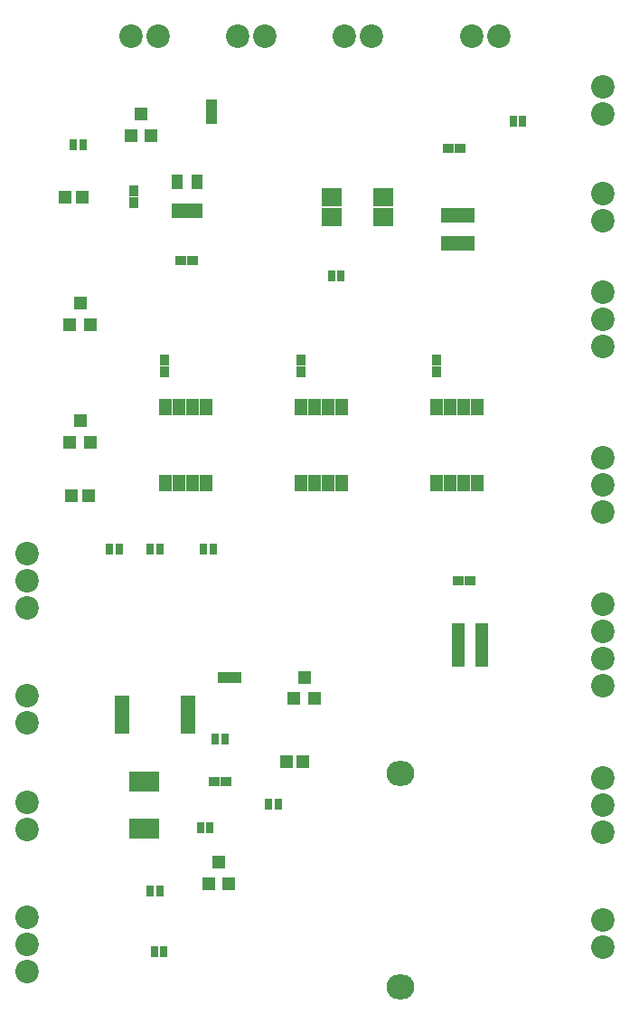
<source format=gbr>
G04 #@! TF.FileFunction,Soldermask,Top*
%FSLAX46Y46*%
G04 Gerber Fmt 4.6, Leading zero omitted, Abs format (unit mm)*
G04 Created by KiCad (PCBNEW 4.0.4-stable) date Wednesday, May 24, 2017 'PMt' 08:40:49 PM*
%MOMM*%
%LPD*%
G01*
G04 APERTURE LIST*
%ADD10C,0.100000*%
%ADD11R,0.800000X1.000000*%
%ADD12R,1.000000X0.900000*%
%ADD13R,0.900000X1.000000*%
%ADD14O,2.600000X2.350000*%
%ADD15R,1.200000X1.200000*%
%ADD16C,2.200000*%
%ADD17R,1.200000X1.300000*%
%ADD18R,1.400000X3.600000*%
%ADD19R,1.950000X1.700000*%
%ADD20R,1.160000X1.600000*%
%ADD21R,1.200000X0.900000*%
%ADD22R,1.150000X1.400000*%
%ADD23R,1.000000X1.450000*%
%ADD24R,0.850000X1.850000*%
%ADD25R,1.000000X1.200000*%
%ADD26R,1.200000X1.000000*%
G04 APERTURE END LIST*
D10*
D11*
X223450000Y-109000000D03*
X222550000Y-109000000D03*
D12*
X226550000Y-82000000D03*
X225450000Y-82000000D03*
D13*
X221000000Y-75450000D03*
X221000000Y-76550000D03*
D12*
X251450000Y-112000000D03*
X252550000Y-112000000D03*
D14*
X246000000Y-130000000D03*
X246000000Y-150000000D03*
D12*
X228550000Y-130800000D03*
X229650000Y-130800000D03*
D13*
X223900000Y-91350000D03*
X223900000Y-92450000D03*
X236700000Y-91350000D03*
X236700000Y-92450000D03*
X249400000Y-92450000D03*
X249400000Y-91350000D03*
D12*
X251550000Y-71500000D03*
X250450000Y-71500000D03*
D15*
X214600000Y-76100000D03*
X216200000Y-76100000D03*
X216800000Y-104000000D03*
X215200000Y-104000000D03*
D16*
X265000000Y-100460000D03*
X265000000Y-103000000D03*
X265000000Y-105540000D03*
X265000000Y-84960000D03*
X265000000Y-87500000D03*
X265000000Y-90040000D03*
X220730000Y-61000000D03*
X223270000Y-61000000D03*
X211000000Y-135270000D03*
X211000000Y-132730000D03*
X211000000Y-122730000D03*
X211000000Y-125270000D03*
X211000000Y-143460000D03*
X211000000Y-146000000D03*
X211000000Y-148540000D03*
X211000000Y-114540000D03*
X211000000Y-112000000D03*
X211000000Y-109460000D03*
X230730000Y-61000000D03*
X233270000Y-61000000D03*
X265000000Y-146270000D03*
X265000000Y-143730000D03*
X265000000Y-119270000D03*
X265000000Y-116730000D03*
X265000000Y-114190000D03*
X265000000Y-121810000D03*
X243270000Y-61000000D03*
X240730000Y-61000000D03*
X255270000Y-61000000D03*
X252730000Y-61000000D03*
X265000000Y-135540000D03*
X265000000Y-133000000D03*
X265000000Y-130460000D03*
X265000000Y-78270000D03*
X265000000Y-75730000D03*
X265000000Y-65730000D03*
X265000000Y-68270000D03*
D17*
X237000000Y-121000000D03*
X236040000Y-123000000D03*
X237950000Y-123000000D03*
X221700000Y-68300000D03*
X220740000Y-70300000D03*
X222650000Y-70300000D03*
X216000000Y-86000000D03*
X215040000Y-88000000D03*
X216950000Y-88000000D03*
X216000000Y-97000000D03*
X215040000Y-99000000D03*
X216950000Y-99000000D03*
D11*
X257450000Y-69000000D03*
X256550000Y-69000000D03*
X240450000Y-83400000D03*
X239550000Y-83400000D03*
X229550000Y-126800000D03*
X228650000Y-126800000D03*
X215350000Y-71200000D03*
X216250000Y-71200000D03*
X227550000Y-109000000D03*
X228450000Y-109000000D03*
X218750000Y-109000000D03*
X219650000Y-109000000D03*
X222550000Y-141000000D03*
X223450000Y-141000000D03*
D18*
X226100000Y-124500000D03*
X219900000Y-124500000D03*
D19*
X244425000Y-77950000D03*
X244425000Y-76050000D03*
X239575000Y-76050000D03*
X239575000Y-77950000D03*
D20*
X225265000Y-102800000D03*
X226535000Y-102800000D03*
X227805000Y-102800000D03*
X223995000Y-102800000D03*
X223995000Y-95720000D03*
X225265000Y-95720000D03*
X226535000Y-95720000D03*
X227805000Y-95720000D03*
X237965000Y-102800000D03*
X239235000Y-102800000D03*
X240505000Y-102800000D03*
X236695000Y-102800000D03*
X236695000Y-95720000D03*
X237965000Y-95720000D03*
X239235000Y-95720000D03*
X240505000Y-95720000D03*
X250665000Y-102800000D03*
X251935000Y-102800000D03*
X253205000Y-102800000D03*
X249395000Y-102800000D03*
X249395000Y-95720000D03*
X250665000Y-95720000D03*
X251935000Y-95720000D03*
X253205000Y-95720000D03*
D21*
X253600000Y-118000000D03*
X251400000Y-118000000D03*
X253600000Y-118800000D03*
X253600000Y-119600000D03*
X253600000Y-117200000D03*
X253600000Y-116400000D03*
X251400000Y-117200000D03*
X251400000Y-116400000D03*
X251400000Y-118800000D03*
X251400000Y-119600000D03*
D22*
X251380000Y-80360000D03*
X250430000Y-80360000D03*
X252330000Y-80360000D03*
X252330000Y-77760000D03*
X251380000Y-77760000D03*
X250430000Y-77760000D03*
D23*
X225050000Y-77350000D03*
X226000000Y-77350000D03*
X226950000Y-77350000D03*
X225050000Y-74650000D03*
X226950000Y-74650000D03*
D24*
X221675000Y-135200000D03*
X221025000Y-135200000D03*
X222325000Y-135200000D03*
X222975000Y-135200000D03*
X221025000Y-130800000D03*
X221675000Y-130800000D03*
X222325000Y-130800000D03*
X222975000Y-130800000D03*
D25*
X228300000Y-67550000D03*
X228300000Y-68650000D03*
D26*
X229450000Y-121000000D03*
X230550000Y-121000000D03*
D15*
X235300000Y-128900000D03*
X236900000Y-128900000D03*
D11*
X233650000Y-132900000D03*
X234550000Y-132900000D03*
X227250000Y-135100000D03*
X228150000Y-135100000D03*
X223850000Y-146700000D03*
X222950000Y-146700000D03*
D17*
X229000000Y-138300000D03*
X228040000Y-140300000D03*
X229950000Y-140300000D03*
M02*

</source>
